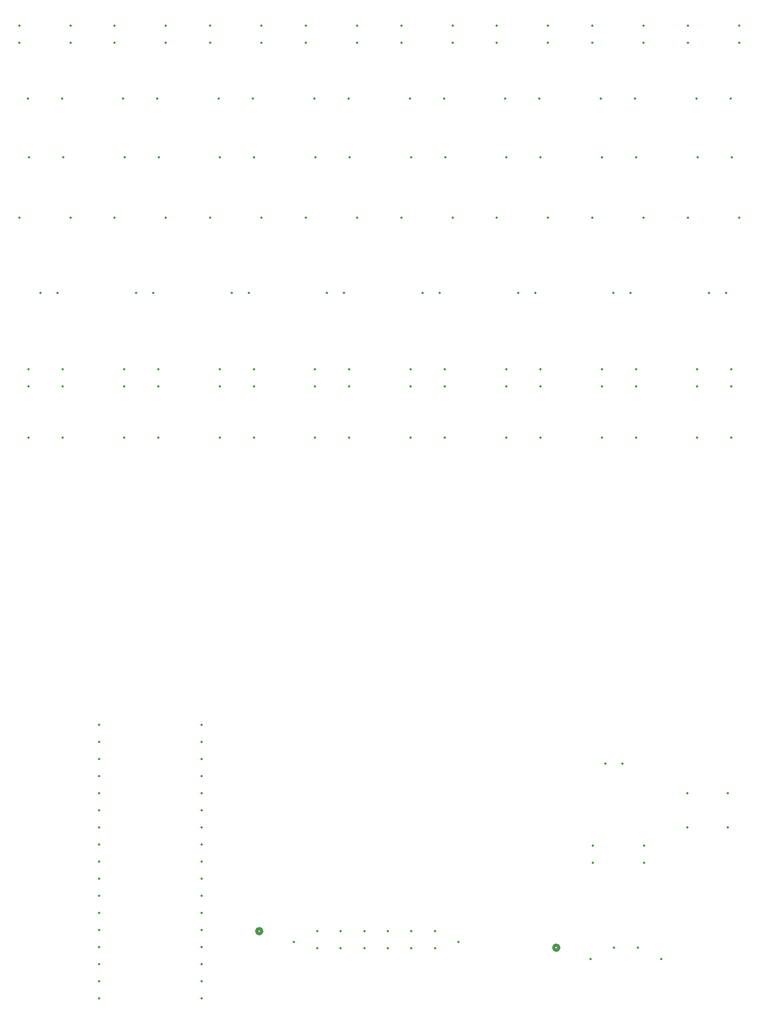
<source format=gbo>
%TF.GenerationSoftware,KiCad,Pcbnew,7.0.10*%
%TF.CreationDate,2024-11-26T20:55:45-08:00*%
%TF.ProjectId,Main_Board,4d61696e-5f42-46f6-9172-642e6b696361,rev?*%
%TF.SameCoordinates,Original*%
%TF.FileFunction,Legend,Bot*%
%TF.FilePolarity,Positive*%
%FSLAX46Y46*%
G04 Gerber Fmt 4.6, Leading zero omitted, Abs format (unit mm)*
G04 Created by KiCad (PCBNEW 7.0.10) date 2024-11-26 20:55:45*
%MOMM*%
%LPD*%
G01*
G04 APERTURE LIST*
%ADD10C,0.508000*%
%ADD11C,0.350000*%
G04 APERTURE END LIST*
D10*
%TO.C,J10*%
X198284848Y-165675440D02*
G75*
G03*
X197522848Y-165675440I-381000J0D01*
G01*
X197522848Y-165675440D02*
G75*
G03*
X198284848Y-165675440I381000J0D01*
G01*
%TO.C,J12*%
X242440150Y-168131741D02*
G75*
G03*
X241678150Y-168131741I-381000J0D01*
G01*
X241678150Y-168131741D02*
G75*
G03*
X242440150Y-168131741I381000J0D01*
G01*
%TD*%
D11*
X191887250Y-41937440D03*
X196967250Y-41937440D03*
X251922110Y-140777000D03*
X249382110Y-140777000D03*
X193787250Y-70800000D03*
X196327250Y-70800000D03*
X184038750Y-33682440D03*
X184038750Y-31142440D03*
X176418750Y-31142440D03*
X176418750Y-33682440D03*
X263012250Y-82210980D03*
X263012250Y-84750980D03*
X263012250Y-92370980D03*
X268092250Y-92370980D03*
X268092250Y-84750980D03*
X268092250Y-82210980D03*
X253945750Y-50700440D03*
X248865750Y-50700440D03*
X169840250Y-33682440D03*
X169840250Y-31142440D03*
X162220250Y-31142440D03*
X162220250Y-33682440D03*
X226634250Y-33682440D03*
X226634250Y-31142440D03*
X219014250Y-31142440D03*
X219014250Y-33682440D03*
X182953250Y-50700440D03*
X177873250Y-50700440D03*
X240832750Y-59674020D03*
X233212750Y-59674020D03*
X220284250Y-41937440D03*
X225364250Y-41937440D03*
X225548750Y-50700440D03*
X220468750Y-50700440D03*
X269229750Y-33682440D03*
X269229750Y-31142440D03*
X261609750Y-31142440D03*
X261609750Y-33682440D03*
X264779750Y-70800000D03*
X267319750Y-70800000D03*
X197151750Y-50700440D03*
X192071750Y-50700440D03*
X239747250Y-50700440D03*
X234667250Y-50700440D03*
X184038750Y-59674020D03*
X176418750Y-59674020D03*
X169840250Y-59674020D03*
X162220250Y-59674020D03*
X174088750Y-175668440D03*
X174088750Y-173128440D03*
X174088750Y-170588440D03*
X174088750Y-168048440D03*
X174088750Y-165508440D03*
X174088750Y-162968440D03*
X174088750Y-160428440D03*
X174088750Y-157888440D03*
X174088750Y-155348440D03*
X174088750Y-152808440D03*
X174088750Y-150268440D03*
X174088750Y-147728440D03*
X174088750Y-145188440D03*
X174088750Y-142648440D03*
X174088750Y-140108440D03*
X174088750Y-137568440D03*
X174088750Y-135028440D03*
X189328750Y-135028440D03*
X189328750Y-137568440D03*
X189328750Y-140108440D03*
X189328750Y-142648440D03*
X189328750Y-145188440D03*
X189328750Y-147728440D03*
X189328750Y-150268440D03*
X189328750Y-152808440D03*
X189328750Y-155348440D03*
X189328750Y-157888440D03*
X189328750Y-160428440D03*
X189328750Y-162968440D03*
X189328750Y-165508440D03*
X189328750Y-168048440D03*
X189328750Y-170588440D03*
X189328750Y-173128440D03*
X189328750Y-175668440D03*
X220416750Y-82210980D03*
X220416750Y-84750980D03*
X220416750Y-92370980D03*
X225496750Y-92370980D03*
X225496750Y-84750980D03*
X225496750Y-82210980D03*
X234615250Y-82210980D03*
X234615250Y-84750980D03*
X234615250Y-92370980D03*
X239695250Y-92370980D03*
X239695250Y-84750980D03*
X239695250Y-82210980D03*
X269229750Y-59674020D03*
X261609750Y-59674020D03*
X206218250Y-82210980D03*
X206218250Y-84750980D03*
X206218250Y-92370980D03*
X211298250Y-92370980D03*
X211298250Y-84750980D03*
X211298250Y-82210980D03*
X248681250Y-41937440D03*
X253761250Y-41937440D03*
X255031250Y-33682440D03*
X255031250Y-31142440D03*
X247411250Y-31142440D03*
X247411250Y-33682440D03*
X240832750Y-33682440D03*
X240832750Y-31142440D03*
X233212750Y-31142440D03*
X233212750Y-33682440D03*
X206514745Y-165675440D03*
X210014748Y-165675440D03*
X213514749Y-165675440D03*
X217014750Y-165675440D03*
X220514750Y-165675440D03*
X224014751Y-165675440D03*
X206514745Y-168175440D03*
X210014748Y-168175440D03*
X213514749Y-168175440D03*
X217014750Y-168175440D03*
X220514750Y-168175440D03*
X224014751Y-168175440D03*
X203014747Y-167275452D03*
X227514749Y-167275452D03*
X248813750Y-82210980D03*
X248813750Y-84750980D03*
X248813750Y-92370980D03*
X253893750Y-92370980D03*
X253893750Y-84750980D03*
X253893750Y-82210980D03*
X250659650Y-168131741D03*
X254159652Y-168131741D03*
X247159651Y-169831740D03*
X257659650Y-169831740D03*
X192019750Y-82210980D03*
X192019750Y-84750980D03*
X192019750Y-92370980D03*
X197099750Y-92370980D03*
X197099750Y-84750980D03*
X197099750Y-82210980D03*
X165390250Y-70800000D03*
X167930250Y-70800000D03*
X207985750Y-70800000D03*
X210525750Y-70800000D03*
X179588750Y-70800000D03*
X182128750Y-70800000D03*
X212435750Y-59674020D03*
X204815750Y-59674020D03*
X198237250Y-33682440D03*
X198237250Y-31142440D03*
X190617250Y-31142440D03*
X190617250Y-33682440D03*
X222184250Y-70800000D03*
X224724250Y-70800000D03*
X212435750Y-33682440D03*
X212435750Y-31142440D03*
X204815750Y-31142440D03*
X204815750Y-33682440D03*
X234482750Y-41937440D03*
X239562750Y-41937440D03*
X268144250Y-50700440D03*
X263064250Y-50700440D03*
X226634250Y-59674020D03*
X219014250Y-59674020D03*
X163490250Y-41937440D03*
X168570250Y-41937440D03*
X250581250Y-70800000D03*
X253121250Y-70800000D03*
X261591750Y-145188440D03*
X261591750Y-150268440D03*
X236382750Y-70800000D03*
X238922750Y-70800000D03*
X255031250Y-59674020D03*
X247411250Y-59674020D03*
X163622750Y-82210980D03*
X163622750Y-84750980D03*
X163622750Y-92370980D03*
X168702750Y-92370980D03*
X168702750Y-84750980D03*
X168702750Y-82210980D03*
X168754750Y-50700440D03*
X163674750Y-50700440D03*
X177688750Y-41937440D03*
X182768750Y-41937440D03*
X267560750Y-145188440D03*
X267560750Y-150268440D03*
X211350250Y-50700440D03*
X206270250Y-50700440D03*
X262879750Y-41937440D03*
X267959750Y-41937440D03*
X177821250Y-82210980D03*
X177821250Y-84750980D03*
X177821250Y-92370980D03*
X182901250Y-92370980D03*
X182901250Y-84750980D03*
X182901250Y-82210980D03*
X198237250Y-59674020D03*
X190617250Y-59674020D03*
X255114750Y-155475440D03*
X255114750Y-152935440D03*
X247494750Y-152935440D03*
X247494750Y-155475440D03*
X206085750Y-41937440D03*
X211165750Y-41937440D03*
M02*

</source>
